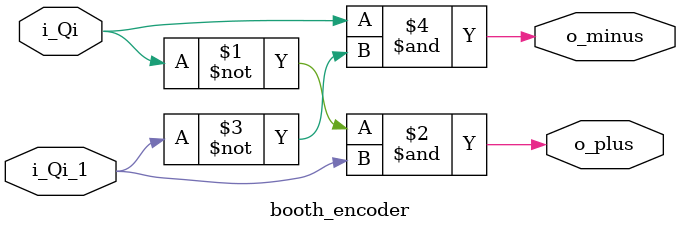
<source format=sv>
/**
 * REVIEW 
 * module Booth encoding
 */

module booth_encoder (
    input i_Qi,   // Q_{i}
    input i_Qi_1, // Q_{i-1}

    output logic o_plus,
    output logic o_minus
);

    assign o_plus   = (~ i_Qi) & (i_Qi_1);
    assign o_minus  = (i_Qi) & (~ i_Qi_1);
    
endmodule
</source>
